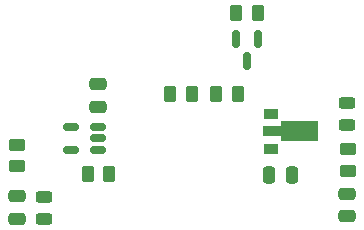
<source format=gbr>
%TF.GenerationSoftware,KiCad,Pcbnew,7.0.9*%
%TF.CreationDate,2023-12-30T17:24:47+01:00*%
%TF.ProjectId,rainguage,7261696e-6775-4616-9765-2e6b69636164,rev?*%
%TF.SameCoordinates,Original*%
%TF.FileFunction,Paste,Top*%
%TF.FilePolarity,Positive*%
%FSLAX46Y46*%
G04 Gerber Fmt 4.6, Leading zero omitted, Abs format (unit mm)*
G04 Created by KiCad (PCBNEW 7.0.9) date 2023-12-30 17:24:47*
%MOMM*%
%LPD*%
G01*
G04 APERTURE LIST*
G04 Aperture macros list*
%AMRoundRect*
0 Rectangle with rounded corners*
0 $1 Rounding radius*
0 $2 $3 $4 $5 $6 $7 $8 $9 X,Y pos of 4 corners*
0 Add a 4 corners polygon primitive as box body*
4,1,4,$2,$3,$4,$5,$6,$7,$8,$9,$2,$3,0*
0 Add four circle primitives for the rounded corners*
1,1,$1+$1,$2,$3*
1,1,$1+$1,$4,$5*
1,1,$1+$1,$6,$7*
1,1,$1+$1,$8,$9*
0 Add four rect primitives between the rounded corners*
20,1,$1+$1,$2,$3,$4,$5,0*
20,1,$1+$1,$4,$5,$6,$7,0*
20,1,$1+$1,$6,$7,$8,$9,0*
20,1,$1+$1,$8,$9,$2,$3,0*%
%AMFreePoly0*
4,1,9,3.862500,-0.866500,0.737500,-0.866500,0.737500,-0.450000,-0.737500,-0.450000,-0.737500,0.450000,0.737500,0.450000,0.737500,0.866500,3.862500,0.866500,3.862500,-0.866500,3.862500,-0.866500,$1*%
G04 Aperture macros list end*
%ADD10RoundRect,0.250000X0.262500X0.450000X-0.262500X0.450000X-0.262500X-0.450000X0.262500X-0.450000X0*%
%ADD11RoundRect,0.243750X0.456250X-0.243750X0.456250X0.243750X-0.456250X0.243750X-0.456250X-0.243750X0*%
%ADD12RoundRect,0.250000X0.475000X-0.250000X0.475000X0.250000X-0.475000X0.250000X-0.475000X-0.250000X0*%
%ADD13RoundRect,0.250000X-0.250000X-0.475000X0.250000X-0.475000X0.250000X0.475000X-0.250000X0.475000X0*%
%ADD14R,1.300000X0.900000*%
%ADD15FreePoly0,0.000000*%
%ADD16RoundRect,0.150000X-0.150000X0.587500X-0.150000X-0.587500X0.150000X-0.587500X0.150000X0.587500X0*%
%ADD17RoundRect,0.150000X0.512500X0.150000X-0.512500X0.150000X-0.512500X-0.150000X0.512500X-0.150000X0*%
%ADD18RoundRect,0.250000X-0.450000X0.262500X-0.450000X-0.262500X0.450000X-0.262500X0.450000X0.262500X0*%
%ADD19RoundRect,0.243750X-0.456250X0.243750X-0.456250X-0.243750X0.456250X-0.243750X0.456250X0.243750X0*%
G04 APERTURE END LIST*
D10*
%TO.C,R6*%
X177649500Y-97155000D03*
X179474500Y-97155000D03*
%TD*%
%TO.C,R1*%
X166925000Y-110744000D03*
X165100000Y-110744000D03*
%TD*%
D11*
%TO.C,D2*%
X187056000Y-106650000D03*
X187056000Y-104775000D03*
%TD*%
D12*
%TO.C,C5*%
X187071000Y-114361000D03*
X187071000Y-112461000D03*
%TD*%
D13*
%TO.C,C3*%
X180472000Y-110871000D03*
X182372000Y-110871000D03*
%TD*%
D14*
%TO.C,L2*%
X180594000Y-105664000D03*
D15*
X180681500Y-107164000D03*
D14*
X180594000Y-108664000D03*
%TD*%
D16*
%TO.C,Q1*%
X178562000Y-101219000D03*
X177612000Y-99344000D03*
X179512000Y-99344000D03*
%TD*%
D17*
%TO.C,U1*%
X165989000Y-108712000D03*
X165989000Y-107762000D03*
X165989000Y-106812000D03*
X163714000Y-106812000D03*
X163714000Y-108712000D03*
%TD*%
D12*
%TO.C,C2*%
X159131000Y-114554000D03*
X159131000Y-112654000D03*
%TD*%
D18*
%TO.C,R2*%
X159131000Y-108307500D03*
X159131000Y-110132500D03*
%TD*%
%TO.C,R3*%
X187101000Y-108658500D03*
X187101000Y-110483500D03*
%TD*%
D12*
%TO.C,C1*%
X165989000Y-103190000D03*
X165989000Y-105090000D03*
%TD*%
D10*
%TO.C,R5*%
X173910000Y-104013000D03*
X172085000Y-104013000D03*
%TD*%
D19*
%TO.C,D1*%
X161417000Y-112686500D03*
X161417000Y-114561500D03*
%TD*%
D10*
%TO.C,R4*%
X175998500Y-104013000D03*
X177823500Y-104013000D03*
%TD*%
M02*

</source>
